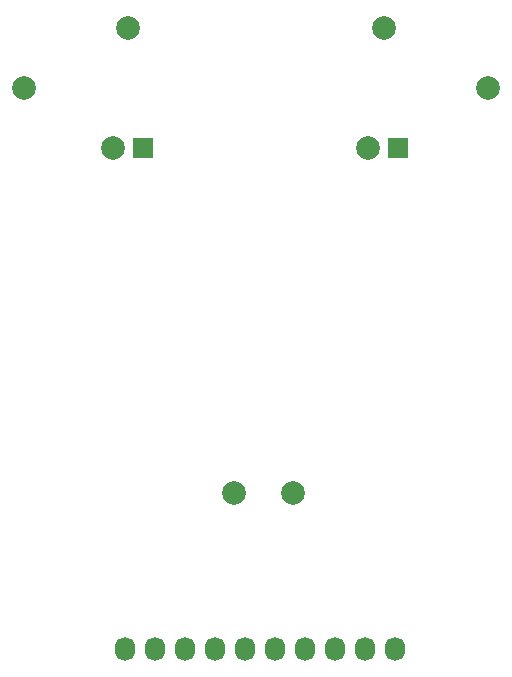
<source format=gts>
G04 #@! TF.FileFunction,Soldermask,Top*
%FSLAX46Y46*%
G04 Gerber Fmt 4.6, Leading zero omitted, Abs format (unit mm)*
G04 Created by KiCad (PCBNEW (2015-04-22 BZR 5621)-product) date 6/30/2015 10:49:08 AM*
%MOMM*%
G01*
G04 APERTURE LIST*
%ADD10C,0.100000*%
%ADD11R,1.699260X1.699260*%
%ADD12C,1.998980*%
%ADD13O,1.720000X2.032000*%
%ADD14O,1.727200X2.032000*%
%ADD15C,2.000000*%
G04 APERTURE END LIST*
D10*
D11*
X118745000Y-105410000D03*
D12*
X116205000Y-105410000D03*
D11*
X97155000Y-105410000D03*
D12*
X94615000Y-105410000D03*
X117520591Y-95250000D03*
X126319409Y-100330000D03*
X87040591Y-100330000D03*
X95839409Y-95250000D03*
D13*
X95631000Y-147828000D03*
D14*
X98171000Y-147828000D03*
X100711000Y-147828000D03*
X103251000Y-147828000D03*
X105791000Y-147828000D03*
X108331000Y-147828000D03*
X110871000Y-147828000D03*
X113411000Y-147828000D03*
X115951000Y-147828000D03*
X118491000Y-147828000D03*
D15*
X109815000Y-134620000D03*
X104815000Y-134620000D03*
M02*

</source>
